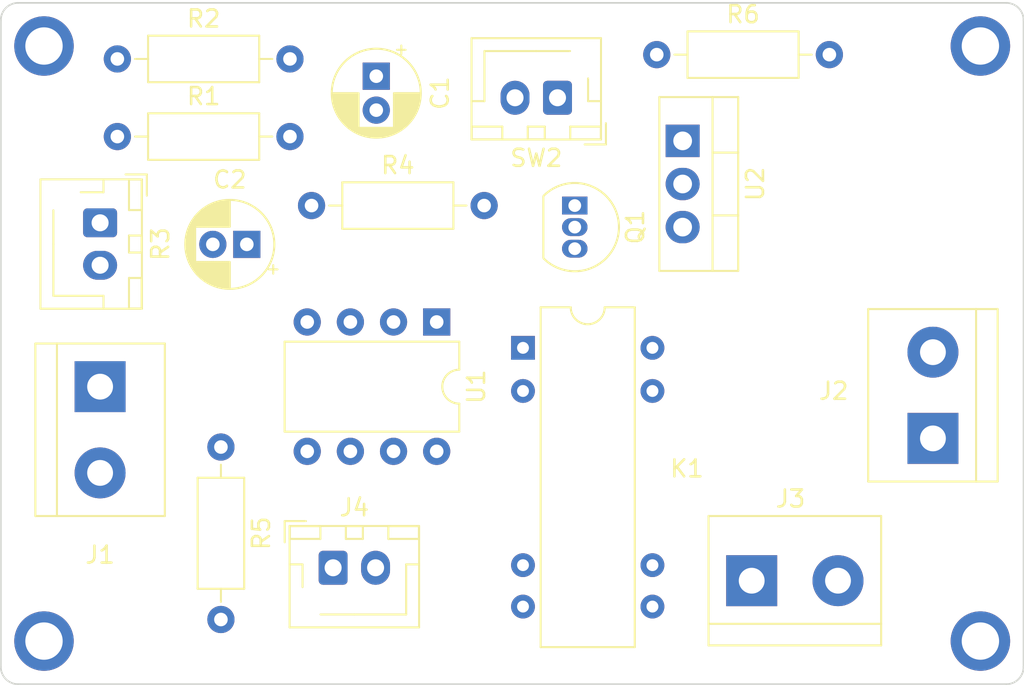
<source format=kicad_pcb>
(kicad_pcb (version 20171130) (host pcbnew "(5.1.12)-1")

  (general
    (thickness 1.6)
    (drawings 8)
    (tracks 0)
    (zones 0)
    (modules 21)
    (nets 20)
  )

  (page A4)
  (layers
    (0 F.Cu signal)
    (31 B.Cu signal)
    (32 B.Adhes user)
    (33 F.Adhes user)
    (34 B.Paste user)
    (35 F.Paste user)
    (36 B.SilkS user)
    (37 F.SilkS user)
    (38 B.Mask user)
    (39 F.Mask user)
    (40 Dwgs.User user)
    (41 Cmts.User user)
    (42 Eco1.User user)
    (43 Eco2.User user)
    (44 Edge.Cuts user)
    (45 Margin user)
    (46 B.CrtYd user)
    (47 F.CrtYd user)
    (48 B.Fab user)
    (49 F.Fab user hide)
  )

  (setup
    (last_trace_width 0.25)
    (trace_clearance 0.2)
    (zone_clearance 0.508)
    (zone_45_only no)
    (trace_min 0.2)
    (via_size 0.8)
    (via_drill 0.4)
    (via_min_size 0.4)
    (via_min_drill 0.3)
    (uvia_size 0.3)
    (uvia_drill 0.1)
    (uvias_allowed no)
    (uvia_min_size 0.2)
    (uvia_min_drill 0.1)
    (edge_width 0.1)
    (segment_width 0.2)
    (pcb_text_width 0.3)
    (pcb_text_size 1.5 1.5)
    (mod_edge_width 0.15)
    (mod_text_size 1 1)
    (mod_text_width 0.15)
    (pad_size 3.5 3.5)
    (pad_drill 2.2)
    (pad_to_mask_clearance 0)
    (aux_axis_origin 0 0)
    (visible_elements 7FFFFFFF)
    (pcbplotparams
      (layerselection 0x010fc_ffffffff)
      (usegerberextensions false)
      (usegerberattributes true)
      (usegerberadvancedattributes true)
      (creategerberjobfile true)
      (excludeedgelayer true)
      (linewidth 0.100000)
      (plotframeref false)
      (viasonmask false)
      (mode 1)
      (useauxorigin false)
      (hpglpennumber 1)
      (hpglpenspeed 20)
      (hpglpendiameter 15.000000)
      (psnegative false)
      (psa4output false)
      (plotreference true)
      (plotvalue true)
      (plotinvisibletext false)
      (padsonsilk false)
      (subtractmaskfromsilk false)
      (outputformat 1)
      (mirror false)
      (drillshape 1)
      (scaleselection 1)
      (outputdirectory ""))
  )

  (net 0 "")
  (net 1 "Net-(C1-Pad2)")
  (net 2 "Net-(C1-Pad1)")
  (net 3 "Net-(C2-Pad2)")
  (net 4 "Net-(C2-Pad1)")
  (net 5 "Net-(J1-Pad2)")
  (net 6 "Net-(J2-Pad2)")
  (net 7 "Net-(J2-Pad1)")
  (net 8 "Net-(J3-Pad2)")
  (net 9 "Net-(J4-Pad2)")
  (net 10 "Net-(K1-Pad14)")
  (net 11 "Net-(K1-Pad7)")
  (net 12 "Net-(K1-Pad1)")
  (net 13 "Net-(K1-Pad9)")
  (net 14 "Net-(K1-Pad13)")
  (net 15 "Net-(Q1-Pad2)")
  (net 16 "Net-(R4-Pad1)")
  (net 17 "Net-(R6-Pad1)")
  (net 18 "Net-(U1-Pad5)")
  (net 19 "Net-(J4-Pad1)")

  (net_class Default "This is the default net class."
    (clearance 0.2)
    (trace_width 0.25)
    (via_dia 0.8)
    (via_drill 0.4)
    (uvia_dia 0.3)
    (uvia_drill 0.1)
    (add_net "Net-(C1-Pad1)")
    (add_net "Net-(C1-Pad2)")
    (add_net "Net-(C2-Pad1)")
    (add_net "Net-(C2-Pad2)")
    (add_net "Net-(J1-Pad2)")
    (add_net "Net-(J2-Pad1)")
    (add_net "Net-(J2-Pad2)")
    (add_net "Net-(J3-Pad2)")
    (add_net "Net-(J4-Pad1)")
    (add_net "Net-(J4-Pad2)")
    (add_net "Net-(K1-Pad1)")
    (add_net "Net-(K1-Pad13)")
    (add_net "Net-(K1-Pad14)")
    (add_net "Net-(K1-Pad7)")
    (add_net "Net-(K1-Pad9)")
    (add_net "Net-(Q1-Pad2)")
    (add_net "Net-(R4-Pad1)")
    (add_net "Net-(R6-Pad1)")
    (add_net "Net-(U1-Pad5)")
  )

  (module Package_TO_SOT_THT:TO-220-3_Vertical (layer F.Cu) (tedit 5AC8BA0D) (tstamp 61E05C67)
    (at 116.84 76.454 270)
    (descr "TO-220-3, Vertical, RM 2.54mm, see https://www.vishay.com/docs/66542/to-220-1.pdf")
    (tags "TO-220-3 Vertical RM 2.54mm")
    (path /616720D6)
    (fp_text reference U2 (at 2.54 -4.27 90) (layer F.SilkS)
      (effects (font (size 1 1) (thickness 0.15)))
    )
    (fp_text value LM317 (at 2.54 2.5 90) (layer F.Fab)
      (effects (font (size 1 1) (thickness 0.15)))
    )
    (fp_line (start -2.46 -3.15) (end -2.46 1.25) (layer F.Fab) (width 0.1))
    (fp_line (start -2.46 1.25) (end 7.54 1.25) (layer F.Fab) (width 0.1))
    (fp_line (start 7.54 1.25) (end 7.54 -3.15) (layer F.Fab) (width 0.1))
    (fp_line (start 7.54 -3.15) (end -2.46 -3.15) (layer F.Fab) (width 0.1))
    (fp_line (start -2.46 -1.88) (end 7.54 -1.88) (layer F.Fab) (width 0.1))
    (fp_line (start 0.69 -3.15) (end 0.69 -1.88) (layer F.Fab) (width 0.1))
    (fp_line (start 4.39 -3.15) (end 4.39 -1.88) (layer F.Fab) (width 0.1))
    (fp_line (start -2.58 -3.27) (end 7.66 -3.27) (layer F.SilkS) (width 0.12))
    (fp_line (start -2.58 1.371) (end 7.66 1.371) (layer F.SilkS) (width 0.12))
    (fp_line (start -2.58 -3.27) (end -2.58 1.371) (layer F.SilkS) (width 0.12))
    (fp_line (start 7.66 -3.27) (end 7.66 1.371) (layer F.SilkS) (width 0.12))
    (fp_line (start -2.58 -1.76) (end 7.66 -1.76) (layer F.SilkS) (width 0.12))
    (fp_line (start 0.69 -3.27) (end 0.69 -1.76) (layer F.SilkS) (width 0.12))
    (fp_line (start 4.391 -3.27) (end 4.391 -1.76) (layer F.SilkS) (width 0.12))
    (fp_line (start -2.71 -3.4) (end -2.71 1.51) (layer F.CrtYd) (width 0.05))
    (fp_line (start -2.71 1.51) (end 7.79 1.51) (layer F.CrtYd) (width 0.05))
    (fp_line (start 7.79 1.51) (end 7.79 -3.4) (layer F.CrtYd) (width 0.05))
    (fp_line (start 7.79 -3.4) (end -2.71 -3.4) (layer F.CrtYd) (width 0.05))
    (fp_text user %R (at 2.54 -4.27 90) (layer F.Fab)
      (effects (font (size 1 1) (thickness 0.15)))
    )
    (pad 3 thru_hole oval (at 5.08 0 270) (size 1.905 2) (drill 1.1) (layers *.Cu *.Mask)
      (net 10 "Net-(K1-Pad14)"))
    (pad 2 thru_hole oval (at 2.54 0 270) (size 1.905 2) (drill 1.1) (layers *.Cu *.Mask)
      (net 17 "Net-(R6-Pad1)"))
    (pad 1 thru_hole rect (at 0 0 270) (size 1.905 2) (drill 1.1) (layers *.Cu *.Mask)
      (net 7 "Net-(J2-Pad1)"))
    (model ${KISYS3DMOD}/Package_TO_SOT_THT.3dshapes/TO-220-3_Vertical.wrl
      (at (xyz 0 0 0))
      (scale (xyz 1 1 1))
      (rotate (xyz 0 0 0))
    )
  )

  (module Resistor_THT:R_Axial_DIN0207_L6.3mm_D2.5mm_P10.16mm_Horizontal (layer F.Cu) (tedit 5AE5139B) (tstamp 61E37355)
    (at 89.662 94.488 270)
    (descr "Resistor, Axial_DIN0207 series, Axial, Horizontal, pin pitch=10.16mm, 0.25W = 1/4W, length*diameter=6.3*2.5mm^2, http://cdn-reichelt.de/documents/datenblatt/B400/1_4W%23YAG.pdf")
    (tags "Resistor Axial_DIN0207 series Axial Horizontal pin pitch 10.16mm 0.25W = 1/4W length 6.3mm diameter 2.5mm")
    (path /61E36B4F)
    (fp_text reference R5 (at 5.08 -2.37 90) (layer F.SilkS)
      (effects (font (size 1 1) (thickness 0.15)))
    )
    (fp_text value LED (at 5.08 2.37 90) (layer F.Fab)
      (effects (font (size 1 1) (thickness 0.15)))
    )
    (fp_text user %R (at 5.08 0 90) (layer F.Fab)
      (effects (font (size 1 1) (thickness 0.15)))
    )
    (fp_line (start 1.93 -1.25) (end 1.93 1.25) (layer F.Fab) (width 0.1))
    (fp_line (start 1.93 1.25) (end 8.23 1.25) (layer F.Fab) (width 0.1))
    (fp_line (start 8.23 1.25) (end 8.23 -1.25) (layer F.Fab) (width 0.1))
    (fp_line (start 8.23 -1.25) (end 1.93 -1.25) (layer F.Fab) (width 0.1))
    (fp_line (start 0 0) (end 1.93 0) (layer F.Fab) (width 0.1))
    (fp_line (start 10.16 0) (end 8.23 0) (layer F.Fab) (width 0.1))
    (fp_line (start 1.81 -1.37) (end 1.81 1.37) (layer F.SilkS) (width 0.12))
    (fp_line (start 1.81 1.37) (end 8.35 1.37) (layer F.SilkS) (width 0.12))
    (fp_line (start 8.35 1.37) (end 8.35 -1.37) (layer F.SilkS) (width 0.12))
    (fp_line (start 8.35 -1.37) (end 1.81 -1.37) (layer F.SilkS) (width 0.12))
    (fp_line (start 1.04 0) (end 1.81 0) (layer F.SilkS) (width 0.12))
    (fp_line (start 9.12 0) (end 8.35 0) (layer F.SilkS) (width 0.12))
    (fp_line (start -1.05 -1.5) (end -1.05 1.5) (layer F.CrtYd) (width 0.05))
    (fp_line (start -1.05 1.5) (end 11.21 1.5) (layer F.CrtYd) (width 0.05))
    (fp_line (start 11.21 1.5) (end 11.21 -1.5) (layer F.CrtYd) (width 0.05))
    (fp_line (start 11.21 -1.5) (end -1.05 -1.5) (layer F.CrtYd) (width 0.05))
    (pad 2 thru_hole oval (at 10.16 0 270) (size 1.6 1.6) (drill 0.8) (layers *.Cu *.Mask)
      (net 19 "Net-(J4-Pad1)"))
    (pad 1 thru_hole circle (at 0 0 270) (size 1.6 1.6) (drill 0.8) (layers *.Cu *.Mask)
      (net 5 "Net-(J1-Pad2)"))
    (model ${KISYS3DMOD}/Resistor_THT.3dshapes/R_Axial_DIN0207_L6.3mm_D2.5mm_P10.16mm_Horizontal.wrl
      (at (xyz 0 0 0))
      (scale (xyz 1 1 1))
      (rotate (xyz 0 0 0))
    )
  )

  (module MountingHole:MountingHole_2.2mm_M2_ISO7380_Pad (layer F.Cu) (tedit 56D1B4CB) (tstamp 61E0CF28)
    (at 134.366 105.918)
    (descr "Mounting Hole 2.2mm, M2, ISO7380")
    (tags "mounting hole 2.2mm m2 iso7380")
    (attr virtual)
    (fp_text reference REF** (at 0 -2.75) (layer F.SilkS) hide
      (effects (font (size 1 1) (thickness 0.15)))
    )
    (fp_text value MountingHole_2.2mm_M2_ISO7380_Pad (at 0 2.75) (layer F.Fab) hide
      (effects (font (size 1 1) (thickness 0.15)))
    )
    (fp_circle (center 0 0) (end 1.75 0) (layer Cmts.User) (width 0.15))
    (fp_circle (center 0 0) (end 2 0) (layer F.CrtYd) (width 0.05))
    (pad 1 thru_hole circle (at 0 0) (size 3.5 3.5) (drill 2.2) (layers *.Cu *.Mask))
  )

  (module MountingHole:MountingHole_2.2mm_M2_ISO7380_Pad (layer F.Cu) (tedit 56D1B4CB) (tstamp 61E0CF04)
    (at 79.248 105.918)
    (descr "Mounting Hole 2.2mm, M2, ISO7380")
    (tags "mounting hole 2.2mm m2 iso7380")
    (attr virtual)
    (fp_text reference REF** (at 0 -2.75 unlocked) (layer F.SilkS) hide
      (effects (font (size 1 1) (thickness 0.15)))
    )
    (fp_text value MountingHole_2.2mm_M2_ISO7380_Pad (at 0 2.75) (layer F.Fab) hide
      (effects (font (size 1 1) (thickness 0.15)))
    )
    (fp_circle (center 0 0) (end 1.75 0) (layer Cmts.User) (width 0.15))
    (fp_circle (center 0 0) (end 2 0) (layer F.CrtYd) (width 0.05))
    (pad 1 thru_hole circle (at 0 0) (size 3.5 3.5) (drill 2.2) (layers *.Cu *.Mask))
  )

  (module MountingHole:MountingHole_2.2mm_M2_ISO7380_Pad (layer F.Cu) (tedit 56D1B4CB) (tstamp 61E0CED0)
    (at 134.366 70.866)
    (descr "Mounting Hole 2.2mm, M2, ISO7380")
    (tags "mounting hole 2.2mm m2 iso7380")
    (attr virtual)
    (fp_text reference REF** (at 0 -2.75) (layer F.SilkS) hide
      (effects (font (size 1 1) (thickness 0.15)))
    )
    (fp_text value MountingHole_2.2mm_M2_ISO7380_Pad (at 0 2.75) (layer F.Fab) hide
      (effects (font (size 1 1) (thickness 0.15)))
    )
    (fp_circle (center 0 0) (end 1.75 0) (layer Cmts.User) (width 0.15))
    (fp_circle (center 0 0) (end 2 0) (layer F.CrtYd) (width 0.05))
    (pad 1 thru_hole circle (at 0 0) (size 3.5 3.5) (drill 2.2) (layers *.Cu *.Mask))
  )

  (module MountingHole:MountingHole_2.2mm_M2_ISO7380_Pad (layer F.Cu) (tedit 56D1B4CB) (tstamp 61E0CE90)
    (at 79.248 70.866)
    (descr "Mounting Hole 2.2mm, M2, ISO7380")
    (tags "mounting hole 2.2mm m2 iso7380")
    (attr virtual)
    (fp_text reference REF** (at 0 -2.75) (layer F.SilkS) hide
      (effects (font (size 1 1) (thickness 0.15)))
    )
    (fp_text value MountingHole_2.2mm_M2_ISO7380_Pad (at 0 2.75) (layer F.Fab) hide
      (effects (font (size 1 1) (thickness 0.15)))
    )
    (fp_circle (center 0 0) (end 1.75 0) (layer Cmts.User) (width 0.15))
    (fp_circle (center 0 0) (end 2 0) (layer F.CrtYd) (width 0.05))
    (pad 1 thru_hole circle (at 0 0) (size 3.5 3.5) (drill 2.2) (layers *.Cu *.Mask))
  )

  (module Package_DIP:DIP-8_W7.62mm (layer F.Cu) (tedit 5A02E8C5) (tstamp 61E05C4D)
    (at 102.362 87.122 270)
    (descr "8-lead though-hole mounted DIP package, row spacing 7.62 mm (300 mils)")
    (tags "THT DIP DIL PDIP 2.54mm 7.62mm 300mil")
    (path /61686519)
    (fp_text reference U1 (at 3.81 -2.33 90) (layer F.SilkS)
      (effects (font (size 1 1) (thickness 0.15)))
    )
    (fp_text value NE555P (at 3.81 9.95 90) (layer F.Fab)
      (effects (font (size 1 1) (thickness 0.15)))
    )
    (fp_line (start 1.635 -1.27) (end 6.985 -1.27) (layer F.Fab) (width 0.1))
    (fp_line (start 6.985 -1.27) (end 6.985 8.89) (layer F.Fab) (width 0.1))
    (fp_line (start 6.985 8.89) (end 0.635 8.89) (layer F.Fab) (width 0.1))
    (fp_line (start 0.635 8.89) (end 0.635 -0.27) (layer F.Fab) (width 0.1))
    (fp_line (start 0.635 -0.27) (end 1.635 -1.27) (layer F.Fab) (width 0.1))
    (fp_line (start 2.81 -1.33) (end 1.16 -1.33) (layer F.SilkS) (width 0.12))
    (fp_line (start 1.16 -1.33) (end 1.16 8.95) (layer F.SilkS) (width 0.12))
    (fp_line (start 1.16 8.95) (end 6.46 8.95) (layer F.SilkS) (width 0.12))
    (fp_line (start 6.46 8.95) (end 6.46 -1.33) (layer F.SilkS) (width 0.12))
    (fp_line (start 6.46 -1.33) (end 4.81 -1.33) (layer F.SilkS) (width 0.12))
    (fp_line (start -1.1 -1.55) (end -1.1 9.15) (layer F.CrtYd) (width 0.05))
    (fp_line (start -1.1 9.15) (end 8.7 9.15) (layer F.CrtYd) (width 0.05))
    (fp_line (start 8.7 9.15) (end 8.7 -1.55) (layer F.CrtYd) (width 0.05))
    (fp_line (start 8.7 -1.55) (end -1.1 -1.55) (layer F.CrtYd) (width 0.05))
    (fp_text user %R (at 3.81 3.81 90) (layer F.Fab)
      (effects (font (size 1 1) (thickness 0.15)))
    )
    (fp_arc (start 3.81 -1.33) (end 2.81 -1.33) (angle -180) (layer F.SilkS) (width 0.12))
    (pad 8 thru_hole oval (at 7.62 0 270) (size 1.6 1.6) (drill 0.8) (layers *.Cu *.Mask)
      (net 5 "Net-(J1-Pad2)"))
    (pad 4 thru_hole oval (at 0 7.62 270) (size 1.6 1.6) (drill 0.8) (layers *.Cu *.Mask)
      (net 5 "Net-(J1-Pad2)"))
    (pad 7 thru_hole oval (at 7.62 2.54 270) (size 1.6 1.6) (drill 0.8) (layers *.Cu *.Mask)
      (net 4 "Net-(C2-Pad1)"))
    (pad 3 thru_hole oval (at 0 5.08 270) (size 1.6 1.6) (drill 0.8) (layers *.Cu *.Mask)
      (net 16 "Net-(R4-Pad1)"))
    (pad 6 thru_hole oval (at 7.62 5.08 270) (size 1.6 1.6) (drill 0.8) (layers *.Cu *.Mask)
      (net 4 "Net-(C2-Pad1)"))
    (pad 2 thru_hole oval (at 0 2.54 270) (size 1.6 1.6) (drill 0.8) (layers *.Cu *.Mask)
      (net 2 "Net-(C1-Pad1)"))
    (pad 5 thru_hole oval (at 7.62 7.62 270) (size 1.6 1.6) (drill 0.8) (layers *.Cu *.Mask)
      (net 18 "Net-(U1-Pad5)"))
    (pad 1 thru_hole rect (at 0 0 270) (size 1.6 1.6) (drill 0.8) (layers *.Cu *.Mask)
      (net 3 "Net-(C2-Pad2)"))
    (model ${KISYS3DMOD}/Package_DIP.3dshapes/DIP-8_W7.62mm.wrl
      (at (xyz 0 0 0))
      (scale (xyz 1 1 1))
      (rotate (xyz 0 0 0))
    )
  )

  (module Connector_JST:JST_XH_B2B-XH-AM_1x02_P2.50mm_Vertical (layer F.Cu) (tedit 5C28146E) (tstamp 61E05C31)
    (at 109.474 73.914 180)
    (descr "JST XH series connector, B2B-XH-AM, with boss (http://www.jst-mfg.com/product/pdf/eng/eXH.pdf), generated with kicad-footprint-generator")
    (tags "connector JST XH vertical boss")
    (path /6166E850)
    (fp_text reference SW2 (at 1.25 -3.55) (layer F.SilkS)
      (effects (font (size 1 1) (thickness 0.15)))
    )
    (fp_text value Pulse (at 1.25 4.6) (layer F.Fab)
      (effects (font (size 1 1) (thickness 0.15)))
    )
    (fp_line (start -2.45 -2.35) (end -2.45 3.4) (layer F.Fab) (width 0.1))
    (fp_line (start -2.45 3.4) (end 4.95 3.4) (layer F.Fab) (width 0.1))
    (fp_line (start 4.95 3.4) (end 4.95 -2.35) (layer F.Fab) (width 0.1))
    (fp_line (start 4.95 -2.35) (end -2.45 -2.35) (layer F.Fab) (width 0.1))
    (fp_line (start -2.56 -2.46) (end -2.56 3.51) (layer F.SilkS) (width 0.12))
    (fp_line (start -2.56 3.51) (end 5.06 3.51) (layer F.SilkS) (width 0.12))
    (fp_line (start 5.06 3.51) (end 5.06 -2.46) (layer F.SilkS) (width 0.12))
    (fp_line (start 5.06 -2.46) (end -2.56 -2.46) (layer F.SilkS) (width 0.12))
    (fp_line (start -2.95 -2.85) (end -2.95 3.9) (layer F.CrtYd) (width 0.05))
    (fp_line (start -2.95 3.9) (end 5.45 3.9) (layer F.CrtYd) (width 0.05))
    (fp_line (start 5.45 3.9) (end 5.45 -2.85) (layer F.CrtYd) (width 0.05))
    (fp_line (start 5.45 -2.85) (end -2.95 -2.85) (layer F.CrtYd) (width 0.05))
    (fp_line (start -0.625 -2.35) (end 0 -1.35) (layer F.Fab) (width 0.1))
    (fp_line (start 0 -1.35) (end 0.625 -2.35) (layer F.Fab) (width 0.1))
    (fp_line (start 0.75 -2.45) (end 0.75 -1.7) (layer F.SilkS) (width 0.12))
    (fp_line (start 0.75 -1.7) (end 1.75 -1.7) (layer F.SilkS) (width 0.12))
    (fp_line (start 1.75 -1.7) (end 1.75 -2.45) (layer F.SilkS) (width 0.12))
    (fp_line (start 1.75 -2.45) (end 0.75 -2.45) (layer F.SilkS) (width 0.12))
    (fp_line (start -2.55 -2.45) (end -2.55 -1.7) (layer F.SilkS) (width 0.12))
    (fp_line (start -2.55 -1.7) (end -0.75 -1.7) (layer F.SilkS) (width 0.12))
    (fp_line (start -0.75 -1.7) (end -0.75 -2.45) (layer F.SilkS) (width 0.12))
    (fp_line (start -0.75 -2.45) (end -2.55 -2.45) (layer F.SilkS) (width 0.12))
    (fp_line (start 3.25 -2.45) (end 3.25 -1.7) (layer F.SilkS) (width 0.12))
    (fp_line (start 3.25 -1.7) (end 5.05 -1.7) (layer F.SilkS) (width 0.12))
    (fp_line (start 5.05 -1.7) (end 5.05 -2.45) (layer F.SilkS) (width 0.12))
    (fp_line (start 5.05 -2.45) (end 3.25 -2.45) (layer F.SilkS) (width 0.12))
    (fp_line (start -2.55 -0.2) (end -1.8 -0.2) (layer F.SilkS) (width 0.12))
    (fp_line (start -1.8 -0.2) (end -1.8 1.14) (layer F.SilkS) (width 0.12))
    (fp_line (start 1.25 2.75) (end -0.74 2.75) (layer F.SilkS) (width 0.12))
    (fp_line (start 5.05 -0.2) (end 4.3 -0.2) (layer F.SilkS) (width 0.12))
    (fp_line (start 4.3 -0.2) (end 4.3 2.75) (layer F.SilkS) (width 0.12))
    (fp_line (start 4.3 2.75) (end 1.25 2.75) (layer F.SilkS) (width 0.12))
    (fp_line (start -1.6 -2.75) (end -2.85 -2.75) (layer F.SilkS) (width 0.12))
    (fp_line (start -2.85 -2.75) (end -2.85 -1.5) (layer F.SilkS) (width 0.12))
    (fp_text user %R (at 1.25 2.7) (layer F.Fab)
      (effects (font (size 1 1) (thickness 0.15)))
    )
    (pad "" np_thru_hole circle (at -1.6 2 180) (size 1.2 1.2) (drill 1.2) (layers *.Cu *.Mask))
    (pad 2 thru_hole oval (at 2.5 0 180) (size 1.7 2) (drill 1) (layers *.Cu *.Mask)
      (net 1 "Net-(C1-Pad2)"))
    (pad 1 thru_hole roundrect (at 0 0 180) (size 1.7 2) (drill 1) (layers *.Cu *.Mask) (roundrect_rratio 0.147059)
      (net 3 "Net-(C2-Pad2)"))
    (model ${KISYS3DMOD}/Connector_JST.3dshapes/JST_XH_B2B-XH-AM_1x02_P2.50mm_Vertical.wrl
      (at (xyz 0 0 0))
      (scale (xyz 1 1 1))
      (rotate (xyz 0 0 0))
    )
  )

  (module Resistor_THT:R_Axial_DIN0207_L6.3mm_D2.5mm_P10.16mm_Horizontal (layer F.Cu) (tedit 5AE5139B) (tstamp 61E05C07)
    (at 115.316 71.374)
    (descr "Resistor, Axial_DIN0207 series, Axial, Horizontal, pin pitch=10.16mm, 0.25W = 1/4W, length*diameter=6.3*2.5mm^2, http://cdn-reichelt.de/documents/datenblatt/B400/1_4W%23YAG.pdf")
    (tags "Resistor Axial_DIN0207 series Axial Horizontal pin pitch 10.16mm 0.25W = 1/4W length 6.3mm diameter 2.5mm")
    (path /6166B498)
    (fp_text reference R6 (at 5.08 -2.37) (layer F.SilkS)
      (effects (font (size 1 1) (thickness 0.15)))
    )
    (fp_text value 10Ω (at 5.08 2.37) (layer F.Fab)
      (effects (font (size 1 1) (thickness 0.15)))
    )
    (fp_line (start 1.93 -1.25) (end 1.93 1.25) (layer F.Fab) (width 0.1))
    (fp_line (start 1.93 1.25) (end 8.23 1.25) (layer F.Fab) (width 0.1))
    (fp_line (start 8.23 1.25) (end 8.23 -1.25) (layer F.Fab) (width 0.1))
    (fp_line (start 8.23 -1.25) (end 1.93 -1.25) (layer F.Fab) (width 0.1))
    (fp_line (start 0 0) (end 1.93 0) (layer F.Fab) (width 0.1))
    (fp_line (start 10.16 0) (end 8.23 0) (layer F.Fab) (width 0.1))
    (fp_line (start 1.81 -1.37) (end 1.81 1.37) (layer F.SilkS) (width 0.12))
    (fp_line (start 1.81 1.37) (end 8.35 1.37) (layer F.SilkS) (width 0.12))
    (fp_line (start 8.35 1.37) (end 8.35 -1.37) (layer F.SilkS) (width 0.12))
    (fp_line (start 8.35 -1.37) (end 1.81 -1.37) (layer F.SilkS) (width 0.12))
    (fp_line (start 1.04 0) (end 1.81 0) (layer F.SilkS) (width 0.12))
    (fp_line (start 9.12 0) (end 8.35 0) (layer F.SilkS) (width 0.12))
    (fp_line (start -1.05 -1.5) (end -1.05 1.5) (layer F.CrtYd) (width 0.05))
    (fp_line (start -1.05 1.5) (end 11.21 1.5) (layer F.CrtYd) (width 0.05))
    (fp_line (start 11.21 1.5) (end 11.21 -1.5) (layer F.CrtYd) (width 0.05))
    (fp_line (start 11.21 -1.5) (end -1.05 -1.5) (layer F.CrtYd) (width 0.05))
    (fp_text user %R (at 5.08 0) (layer F.Fab)
      (effects (font (size 1 1) (thickness 0.15)))
    )
    (pad 2 thru_hole oval (at 10.16 0) (size 1.6 1.6) (drill 0.8) (layers *.Cu *.Mask)
      (net 7 "Net-(J2-Pad1)"))
    (pad 1 thru_hole circle (at 0 0) (size 1.6 1.6) (drill 0.8) (layers *.Cu *.Mask)
      (net 17 "Net-(R6-Pad1)"))
    (model ${KISYS3DMOD}/Resistor_THT.3dshapes/R_Axial_DIN0207_L6.3mm_D2.5mm_P10.16mm_Horizontal.wrl
      (at (xyz 0 0 0))
      (scale (xyz 1 1 1))
      (rotate (xyz 0 0 0))
    )
  )

  (module Resistor_THT:R_Axial_DIN0207_L6.3mm_D2.5mm_P10.16mm_Horizontal (layer F.Cu) (tedit 5AE5139B) (tstamp 61E05BF0)
    (at 94.996 80.264)
    (descr "Resistor, Axial_DIN0207 series, Axial, Horizontal, pin pitch=10.16mm, 0.25W = 1/4W, length*diameter=6.3*2.5mm^2, http://cdn-reichelt.de/documents/datenblatt/B400/1_4W%23YAG.pdf")
    (tags "Resistor Axial_DIN0207 series Axial Horizontal pin pitch 10.16mm 0.25W = 1/4W length 6.3mm diameter 2.5mm")
    (path /61665F91)
    (fp_text reference R4 (at 5.08 -2.37) (layer F.SilkS)
      (effects (font (size 1 1) (thickness 0.15)))
    )
    (fp_text value 10kΩ (at 5.08 2.37) (layer F.Fab)
      (effects (font (size 1 1) (thickness 0.15)))
    )
    (fp_line (start 1.93 -1.25) (end 1.93 1.25) (layer F.Fab) (width 0.1))
    (fp_line (start 1.93 1.25) (end 8.23 1.25) (layer F.Fab) (width 0.1))
    (fp_line (start 8.23 1.25) (end 8.23 -1.25) (layer F.Fab) (width 0.1))
    (fp_line (start 8.23 -1.25) (end 1.93 -1.25) (layer F.Fab) (width 0.1))
    (fp_line (start 0 0) (end 1.93 0) (layer F.Fab) (width 0.1))
    (fp_line (start 10.16 0) (end 8.23 0) (layer F.Fab) (width 0.1))
    (fp_line (start 1.81 -1.37) (end 1.81 1.37) (layer F.SilkS) (width 0.12))
    (fp_line (start 1.81 1.37) (end 8.35 1.37) (layer F.SilkS) (width 0.12))
    (fp_line (start 8.35 1.37) (end 8.35 -1.37) (layer F.SilkS) (width 0.12))
    (fp_line (start 8.35 -1.37) (end 1.81 -1.37) (layer F.SilkS) (width 0.12))
    (fp_line (start 1.04 0) (end 1.81 0) (layer F.SilkS) (width 0.12))
    (fp_line (start 9.12 0) (end 8.35 0) (layer F.SilkS) (width 0.12))
    (fp_line (start -1.05 -1.5) (end -1.05 1.5) (layer F.CrtYd) (width 0.05))
    (fp_line (start -1.05 1.5) (end 11.21 1.5) (layer F.CrtYd) (width 0.05))
    (fp_line (start 11.21 1.5) (end 11.21 -1.5) (layer F.CrtYd) (width 0.05))
    (fp_line (start 11.21 -1.5) (end -1.05 -1.5) (layer F.CrtYd) (width 0.05))
    (fp_text user %R (at 5.08 0) (layer F.Fab)
      (effects (font (size 1 1) (thickness 0.15)))
    )
    (pad 2 thru_hole oval (at 10.16 0) (size 1.6 1.6) (drill 0.8) (layers *.Cu *.Mask)
      (net 15 "Net-(Q1-Pad2)"))
    (pad 1 thru_hole circle (at 0 0) (size 1.6 1.6) (drill 0.8) (layers *.Cu *.Mask)
      (net 16 "Net-(R4-Pad1)"))
    (model ${KISYS3DMOD}/Resistor_THT.3dshapes/R_Axial_DIN0207_L6.3mm_D2.5mm_P10.16mm_Horizontal.wrl
      (at (xyz 0 0 0))
      (scale (xyz 1 1 1))
      (rotate (xyz 0 0 0))
    )
  )

  (module Connector_JST:JST_XH_B2B-XH-AM_1x02_P2.50mm_Vertical (layer F.Cu) (tedit 5C28146E) (tstamp 61E05BD9)
    (at 82.55 81.28 270)
    (descr "JST XH series connector, B2B-XH-AM, with boss (http://www.jst-mfg.com/product/pdf/eng/eXH.pdf), generated with kicad-footprint-generator")
    (tags "connector JST XH vertical boss")
    (path /61E3C521)
    (fp_text reference R3 (at 1.25 -3.55 90) (layer F.SilkS)
      (effects (font (size 1 1) (thickness 0.15)))
    )
    (fp_text value "20kΩ Pot/Varistor" (at 1.25 4.6 90) (layer F.Fab)
      (effects (font (size 1 1) (thickness 0.15)))
    )
    (fp_line (start -2.45 -2.35) (end -2.45 3.4) (layer F.Fab) (width 0.1))
    (fp_line (start -2.45 3.4) (end 4.95 3.4) (layer F.Fab) (width 0.1))
    (fp_line (start 4.95 3.4) (end 4.95 -2.35) (layer F.Fab) (width 0.1))
    (fp_line (start 4.95 -2.35) (end -2.45 -2.35) (layer F.Fab) (width 0.1))
    (fp_line (start -2.56 -2.46) (end -2.56 3.51) (layer F.SilkS) (width 0.12))
    (fp_line (start -2.56 3.51) (end 5.06 3.51) (layer F.SilkS) (width 0.12))
    (fp_line (start 5.06 3.51) (end 5.06 -2.46) (layer F.SilkS) (width 0.12))
    (fp_line (start 5.06 -2.46) (end -2.56 -2.46) (layer F.SilkS) (width 0.12))
    (fp_line (start -2.95 -2.85) (end -2.95 3.9) (layer F.CrtYd) (width 0.05))
    (fp_line (start -2.95 3.9) (end 5.45 3.9) (layer F.CrtYd) (width 0.05))
    (fp_line (start 5.45 3.9) (end 5.45 -2.85) (layer F.CrtYd) (width 0.05))
    (fp_line (start 5.45 -2.85) (end -2.95 -2.85) (layer F.CrtYd) (width 0.05))
    (fp_line (start -0.625 -2.35) (end 0 -1.35) (layer F.Fab) (width 0.1))
    (fp_line (start 0 -1.35) (end 0.625 -2.35) (layer F.Fab) (width 0.1))
    (fp_line (start 0.75 -2.45) (end 0.75 -1.7) (layer F.SilkS) (width 0.12))
    (fp_line (start 0.75 -1.7) (end 1.75 -1.7) (layer F.SilkS) (width 0.12))
    (fp_line (start 1.75 -1.7) (end 1.75 -2.45) (layer F.SilkS) (width 0.12))
    (fp_line (start 1.75 -2.45) (end 0.75 -2.45) (layer F.SilkS) (width 0.12))
    (fp_line (start -2.55 -2.45) (end -2.55 -1.7) (layer F.SilkS) (width 0.12))
    (fp_line (start -2.55 -1.7) (end -0.75 -1.7) (layer F.SilkS) (width 0.12))
    (fp_line (start -0.75 -1.7) (end -0.75 -2.45) (layer F.SilkS) (width 0.12))
    (fp_line (start -0.75 -2.45) (end -2.55 -2.45) (layer F.SilkS) (width 0.12))
    (fp_line (start 3.25 -2.45) (end 3.25 -1.7) (layer F.SilkS) (width 0.12))
    (fp_line (start 3.25 -1.7) (end 5.05 -1.7) (layer F.SilkS) (width 0.12))
    (fp_line (start 5.05 -1.7) (end 5.05 -2.45) (layer F.SilkS) (width 0.12))
    (fp_line (start 5.05 -2.45) (end 3.25 -2.45) (layer F.SilkS) (width 0.12))
    (fp_line (start -2.55 -0.2) (end -1.8 -0.2) (layer F.SilkS) (width 0.12))
    (fp_line (start -1.8 -0.2) (end -1.8 1.14) (layer F.SilkS) (width 0.12))
    (fp_line (start 1.25 2.75) (end -0.74 2.75) (layer F.SilkS) (width 0.12))
    (fp_line (start 5.05 -0.2) (end 4.3 -0.2) (layer F.SilkS) (width 0.12))
    (fp_line (start 4.3 -0.2) (end 4.3 2.75) (layer F.SilkS) (width 0.12))
    (fp_line (start 4.3 2.75) (end 1.25 2.75) (layer F.SilkS) (width 0.12))
    (fp_line (start -1.6 -2.75) (end -2.85 -2.75) (layer F.SilkS) (width 0.12))
    (fp_line (start -2.85 -2.75) (end -2.85 -1.5) (layer F.SilkS) (width 0.12))
    (fp_text user %R (at 1.25 2.7 90) (layer F.Fab)
      (effects (font (size 1 1) (thickness 0.15)))
    )
    (pad "" np_thru_hole circle (at -1.6 2 270) (size 1.2 1.2) (drill 1.2) (layers *.Cu *.Mask))
    (pad 2 thru_hole oval (at 2.5 0 270) (size 1.7 2) (drill 1) (layers *.Cu *.Mask)
      (net 4 "Net-(C2-Pad1)"))
    (pad 1 thru_hole roundrect (at 0 0 270) (size 1.7 2) (drill 1) (layers *.Cu *.Mask) (roundrect_rratio 0.147059)
      (net 5 "Net-(J1-Pad2)"))
    (model ${KISYS3DMOD}/Connector_JST.3dshapes/JST_XH_B2B-XH-AM_1x02_P2.50mm_Vertical.wrl
      (at (xyz 0 0 0))
      (scale (xyz 1 1 1))
      (rotate (xyz 0 0 0))
    )
  )

  (module Resistor_THT:R_Axial_DIN0207_L6.3mm_D2.5mm_P10.16mm_Horizontal (layer F.Cu) (tedit 5AE5139B) (tstamp 61E05BAF)
    (at 83.566 71.628)
    (descr "Resistor, Axial_DIN0207 series, Axial, Horizontal, pin pitch=10.16mm, 0.25W = 1/4W, length*diameter=6.3*2.5mm^2, http://cdn-reichelt.de/documents/datenblatt/B400/1_4W%23YAG.pdf")
    (tags "Resistor Axial_DIN0207 series Axial Horizontal pin pitch 10.16mm 0.25W = 1/4W length 6.3mm diameter 2.5mm")
    (path /61672C38)
    (fp_text reference R2 (at 5.08 -2.37) (layer F.SilkS)
      (effects (font (size 1 1) (thickness 0.15)))
    )
    (fp_text value 10kΩ (at 5.08 2.37) (layer F.Fab)
      (effects (font (size 1 1) (thickness 0.15)))
    )
    (fp_line (start 1.93 -1.25) (end 1.93 1.25) (layer F.Fab) (width 0.1))
    (fp_line (start 1.93 1.25) (end 8.23 1.25) (layer F.Fab) (width 0.1))
    (fp_line (start 8.23 1.25) (end 8.23 -1.25) (layer F.Fab) (width 0.1))
    (fp_line (start 8.23 -1.25) (end 1.93 -1.25) (layer F.Fab) (width 0.1))
    (fp_line (start 0 0) (end 1.93 0) (layer F.Fab) (width 0.1))
    (fp_line (start 10.16 0) (end 8.23 0) (layer F.Fab) (width 0.1))
    (fp_line (start 1.81 -1.37) (end 1.81 1.37) (layer F.SilkS) (width 0.12))
    (fp_line (start 1.81 1.37) (end 8.35 1.37) (layer F.SilkS) (width 0.12))
    (fp_line (start 8.35 1.37) (end 8.35 -1.37) (layer F.SilkS) (width 0.12))
    (fp_line (start 8.35 -1.37) (end 1.81 -1.37) (layer F.SilkS) (width 0.12))
    (fp_line (start 1.04 0) (end 1.81 0) (layer F.SilkS) (width 0.12))
    (fp_line (start 9.12 0) (end 8.35 0) (layer F.SilkS) (width 0.12))
    (fp_line (start -1.05 -1.5) (end -1.05 1.5) (layer F.CrtYd) (width 0.05))
    (fp_line (start -1.05 1.5) (end 11.21 1.5) (layer F.CrtYd) (width 0.05))
    (fp_line (start 11.21 1.5) (end 11.21 -1.5) (layer F.CrtYd) (width 0.05))
    (fp_line (start 11.21 -1.5) (end -1.05 -1.5) (layer F.CrtYd) (width 0.05))
    (fp_text user %R (at 5.08 0) (layer F.Fab)
      (effects (font (size 1 1) (thickness 0.15)))
    )
    (pad 2 thru_hole oval (at 10.16 0) (size 1.6 1.6) (drill 0.8) (layers *.Cu *.Mask)
      (net 2 "Net-(C1-Pad1)"))
    (pad 1 thru_hole circle (at 0 0) (size 1.6 1.6) (drill 0.8) (layers *.Cu *.Mask)
      (net 5 "Net-(J1-Pad2)"))
    (model ${KISYS3DMOD}/Resistor_THT.3dshapes/R_Axial_DIN0207_L6.3mm_D2.5mm_P10.16mm_Horizontal.wrl
      (at (xyz 0 0 0))
      (scale (xyz 1 1 1))
      (rotate (xyz 0 0 0))
    )
  )

  (module Resistor_THT:R_Axial_DIN0207_L6.3mm_D2.5mm_P10.16mm_Horizontal (layer F.Cu) (tedit 5AE5139B) (tstamp 61E05B98)
    (at 83.566 76.2)
    (descr "Resistor, Axial_DIN0207 series, Axial, Horizontal, pin pitch=10.16mm, 0.25W = 1/4W, length*diameter=6.3*2.5mm^2, http://cdn-reichelt.de/documents/datenblatt/B400/1_4W%23YAG.pdf")
    (tags "Resistor Axial_DIN0207 series Axial Horizontal pin pitch 10.16mm 0.25W = 1/4W length 6.3mm diameter 2.5mm")
    (path /616735CA)
    (fp_text reference R1 (at 5.08 -2.37) (layer F.SilkS)
      (effects (font (size 1 1) (thickness 0.15)))
    )
    (fp_text value 10kΩ (at 5.08 2.37) (layer F.Fab)
      (effects (font (size 1 1) (thickness 0.15)))
    )
    (fp_line (start 1.93 -1.25) (end 1.93 1.25) (layer F.Fab) (width 0.1))
    (fp_line (start 1.93 1.25) (end 8.23 1.25) (layer F.Fab) (width 0.1))
    (fp_line (start 8.23 1.25) (end 8.23 -1.25) (layer F.Fab) (width 0.1))
    (fp_line (start 8.23 -1.25) (end 1.93 -1.25) (layer F.Fab) (width 0.1))
    (fp_line (start 0 0) (end 1.93 0) (layer F.Fab) (width 0.1))
    (fp_line (start 10.16 0) (end 8.23 0) (layer F.Fab) (width 0.1))
    (fp_line (start 1.81 -1.37) (end 1.81 1.37) (layer F.SilkS) (width 0.12))
    (fp_line (start 1.81 1.37) (end 8.35 1.37) (layer F.SilkS) (width 0.12))
    (fp_line (start 8.35 1.37) (end 8.35 -1.37) (layer F.SilkS) (width 0.12))
    (fp_line (start 8.35 -1.37) (end 1.81 -1.37) (layer F.SilkS) (width 0.12))
    (fp_line (start 1.04 0) (end 1.81 0) (layer F.SilkS) (width 0.12))
    (fp_line (start 9.12 0) (end 8.35 0) (layer F.SilkS) (width 0.12))
    (fp_line (start -1.05 -1.5) (end -1.05 1.5) (layer F.CrtYd) (width 0.05))
    (fp_line (start -1.05 1.5) (end 11.21 1.5) (layer F.CrtYd) (width 0.05))
    (fp_line (start 11.21 1.5) (end 11.21 -1.5) (layer F.CrtYd) (width 0.05))
    (fp_line (start 11.21 -1.5) (end -1.05 -1.5) (layer F.CrtYd) (width 0.05))
    (fp_text user %R (at 5.08 0) (layer F.Fab)
      (effects (font (size 1 1) (thickness 0.15)))
    )
    (pad 2 thru_hole oval (at 10.16 0) (size 1.6 1.6) (drill 0.8) (layers *.Cu *.Mask)
      (net 1 "Net-(C1-Pad2)"))
    (pad 1 thru_hole circle (at 0 0) (size 1.6 1.6) (drill 0.8) (layers *.Cu *.Mask)
      (net 5 "Net-(J1-Pad2)"))
    (model ${KISYS3DMOD}/Resistor_THT.3dshapes/R_Axial_DIN0207_L6.3mm_D2.5mm_P10.16mm_Horizontal.wrl
      (at (xyz 0 0 0))
      (scale (xyz 1 1 1))
      (rotate (xyz 0 0 0))
    )
  )

  (module Package_TO_SOT_THT:TO-92_Inline (layer F.Cu) (tedit 5A1DD157) (tstamp 61E05B81)
    (at 110.49 80.264 270)
    (descr "TO-92 leads in-line, narrow, oval pads, drill 0.75mm (see NXP sot054_po.pdf)")
    (tags "to-92 sc-43 sc-43a sot54 PA33 transistor")
    (path /61671381)
    (fp_text reference Q1 (at 1.27 -3.56 90) (layer F.SilkS)
      (effects (font (size 1 1) (thickness 0.15)))
    )
    (fp_text value 2N3904 (at 1.27 2.79 90) (layer F.Fab)
      (effects (font (size 1 1) (thickness 0.15)))
    )
    (fp_line (start -0.53 1.85) (end 3.07 1.85) (layer F.SilkS) (width 0.12))
    (fp_line (start -0.5 1.75) (end 3 1.75) (layer F.Fab) (width 0.1))
    (fp_line (start -1.46 -2.73) (end 4 -2.73) (layer F.CrtYd) (width 0.05))
    (fp_line (start -1.46 -2.73) (end -1.46 2.01) (layer F.CrtYd) (width 0.05))
    (fp_line (start 4 2.01) (end 4 -2.73) (layer F.CrtYd) (width 0.05))
    (fp_line (start 4 2.01) (end -1.46 2.01) (layer F.CrtYd) (width 0.05))
    (fp_arc (start 1.27 0) (end 1.27 -2.6) (angle 135) (layer F.SilkS) (width 0.12))
    (fp_arc (start 1.27 0) (end 1.27 -2.48) (angle -135) (layer F.Fab) (width 0.1))
    (fp_arc (start 1.27 0) (end 1.27 -2.6) (angle -135) (layer F.SilkS) (width 0.12))
    (fp_arc (start 1.27 0) (end 1.27 -2.48) (angle 135) (layer F.Fab) (width 0.1))
    (fp_text user %R (at 1.27 0 90) (layer F.Fab)
      (effects (font (size 1 1) (thickness 0.15)))
    )
    (pad 1 thru_hole rect (at 0 0 270) (size 1.05 1.5) (drill 0.75) (layers *.Cu *.Mask)
      (net 3 "Net-(C2-Pad2)"))
    (pad 3 thru_hole oval (at 2.54 0 270) (size 1.05 1.5) (drill 0.75) (layers *.Cu *.Mask)
      (net 9 "Net-(J4-Pad2)"))
    (pad 2 thru_hole oval (at 1.27 0 270) (size 1.05 1.5) (drill 0.75) (layers *.Cu *.Mask)
      (net 15 "Net-(Q1-Pad2)"))
    (model ${KISYS3DMOD}/Package_TO_SOT_THT.3dshapes/TO-92_Inline.wrl
      (at (xyz 0 0 0))
      (scale (xyz 1 1 1))
      (rotate (xyz 0 0 0))
    )
  )

  (module Relay_THT:Relay_StandexMeder_DIP_LowProfile (layer F.Cu) (tedit 5A54BF5F) (tstamp 61E05B6F)
    (at 107.442 88.646)
    (descr "package for Standex Meder DIP reed relay series, see https://standexelectronics.com/wp-content/uploads/datasheet_reed_relay_DIP.pdf")
    (tags "DIL DIP PDIP 2.54mm 7.62mm 300mil reed relay")
    (path /6166AE04)
    (fp_text reference K1 (at 9.652 7.112) (layer F.SilkS)
      (effects (font (size 1 1) (thickness 0.15)))
    )
    (fp_text value HE721A0510 (at 3.81 18.63) (layer F.Fab)
      (effects (font (size 1 1) (thickness 0.15)))
    )
    (fp_line (start 1.64 -2.27) (end 6.99 -2.27) (layer F.Fab) (width 0.1))
    (fp_line (start 6.99 -2.27) (end 6.99 17.51) (layer F.Fab) (width 0.1))
    (fp_line (start 6.99 17.51) (end 0.64 17.51) (layer F.Fab) (width 0.1))
    (fp_line (start 0.64 17.51) (end 0.64 -1.27) (layer F.Fab) (width 0.1))
    (fp_line (start 0.64 -1.27) (end 1.64 -2.27) (layer F.Fab) (width 0.1))
    (fp_line (start 2.81 -2.39) (end 1.04 -2.39) (layer F.SilkS) (width 0.12))
    (fp_line (start 1.04 -2.39) (end 1.04 17.63) (layer F.SilkS) (width 0.12))
    (fp_line (start 1.04 17.63) (end 6.58 17.63) (layer F.SilkS) (width 0.12))
    (fp_line (start 6.58 17.63) (end 6.58 -2.39) (layer F.SilkS) (width 0.12))
    (fp_line (start 6.58 -2.39) (end 4.81 -2.39) (layer F.SilkS) (width 0.12))
    (fp_line (start -1.1 -2.6) (end -1.1 17.8) (layer F.CrtYd) (width 0.05))
    (fp_line (start -1.1 17.8) (end 8.7 17.8) (layer F.CrtYd) (width 0.05))
    (fp_line (start 8.7 17.8) (end 8.7 -2.6) (layer F.CrtYd) (width 0.05))
    (fp_line (start 8.7 -2.6) (end -1.1 -2.6) (layer F.CrtYd) (width 0.05))
    (fp_arc (start 3.81 -2.39) (end 2.81 -2.39) (angle -180) (layer F.SilkS) (width 0.12))
    (fp_text user %R (at 3.815 7.62) (layer F.Fab)
      (effects (font (size 1 1) (thickness 0.15)))
    )
    (pad 14 thru_hole circle (at 7.62 0) (size 1.4 1.4) (drill 0.7) (layers *.Cu *.Mask)
      (net 10 "Net-(K1-Pad14)"))
    (pad 7 thru_hole circle (at 0 15.24) (size 1.4 1.4) (drill 0.7) (layers *.Cu *.Mask)
      (net 11 "Net-(K1-Pad7)"))
    (pad 8 thru_hole circle (at 7.62 15.24) (size 1.4 1.4) (drill 0.7) (layers *.Cu *.Mask)
      (net 8 "Net-(J3-Pad2)"))
    (pad 1 thru_hole rect (at 0 0) (size 1.4 1.4) (drill 0.7) (layers *.Cu *.Mask)
      (net 12 "Net-(K1-Pad1)"))
    (pad 2 thru_hole circle (at 0 2.54) (size 1.4 1.4) (drill 0.7) (layers *.Cu *.Mask)
      (net 5 "Net-(J1-Pad2)"))
    (pad 6 thru_hole circle (at 0 12.8) (size 1.4 1.4) (drill 0.7) (layers *.Cu *.Mask)
      (net 9 "Net-(J4-Pad2)"))
    (pad 9 thru_hole circle (at 7.62 12.8) (size 1.4 1.4) (drill 0.7) (layers *.Cu *.Mask)
      (net 13 "Net-(K1-Pad9)"))
    (pad 13 thru_hole circle (at 7.62 2.54) (size 1.4 1.4) (drill 0.7) (layers *.Cu *.Mask)
      (net 14 "Net-(K1-Pad13)"))
    (model ${KISYS3DMOD}/Relay_THT.3dshapes/Relay_StandexMeder_DIP_LowProfile.wrl
      (at (xyz 0 0 0))
      (scale (xyz 1 1 1))
      (rotate (xyz 0 0 0))
    )
  )

  (module Connector_JST:JST_XH_B2B-XH-AM_1x02_P2.50mm_Vertical (layer F.Cu) (tedit 5C28146E) (tstamp 61E05B53)
    (at 96.266 101.6)
    (descr "JST XH series connector, B2B-XH-AM, with boss (http://www.jst-mfg.com/product/pdf/eng/eXH.pdf), generated with kicad-footprint-generator")
    (tags "connector JST XH vertical boss")
    (path /61EBE6D5)
    (fp_text reference J4 (at 1.25 -3.55) (layer F.SilkS)
      (effects (font (size 1 1) (thickness 0.15)))
    )
    (fp_text value "LED OUT" (at 1.25 4.6) (layer F.Fab)
      (effects (font (size 1 1) (thickness 0.15)))
    )
    (fp_line (start -2.45 -2.35) (end -2.45 3.4) (layer F.Fab) (width 0.1))
    (fp_line (start -2.45 3.4) (end 4.95 3.4) (layer F.Fab) (width 0.1))
    (fp_line (start 4.95 3.4) (end 4.95 -2.35) (layer F.Fab) (width 0.1))
    (fp_line (start 4.95 -2.35) (end -2.45 -2.35) (layer F.Fab) (width 0.1))
    (fp_line (start -2.56 -2.46) (end -2.56 3.51) (layer F.SilkS) (width 0.12))
    (fp_line (start -2.56 3.51) (end 5.06 3.51) (layer F.SilkS) (width 0.12))
    (fp_line (start 5.06 3.51) (end 5.06 -2.46) (layer F.SilkS) (width 0.12))
    (fp_line (start 5.06 -2.46) (end -2.56 -2.46) (layer F.SilkS) (width 0.12))
    (fp_line (start -2.95 -2.85) (end -2.95 3.9) (layer F.CrtYd) (width 0.05))
    (fp_line (start -2.95 3.9) (end 5.45 3.9) (layer F.CrtYd) (width 0.05))
    (fp_line (start 5.45 3.9) (end 5.45 -2.85) (layer F.CrtYd) (width 0.05))
    (fp_line (start 5.45 -2.85) (end -2.95 -2.85) (layer F.CrtYd) (width 0.05))
    (fp_line (start -0.625 -2.35) (end 0 -1.35) (layer F.Fab) (width 0.1))
    (fp_line (start 0 -1.35) (end 0.625 -2.35) (layer F.Fab) (width 0.1))
    (fp_line (start 0.75 -2.45) (end 0.75 -1.7) (layer F.SilkS) (width 0.12))
    (fp_line (start 0.75 -1.7) (end 1.75 -1.7) (layer F.SilkS) (width 0.12))
    (fp_line (start 1.75 -1.7) (end 1.75 -2.45) (layer F.SilkS) (width 0.12))
    (fp_line (start 1.75 -2.45) (end 0.75 -2.45) (layer F.SilkS) (width 0.12))
    (fp_line (start -2.55 -2.45) (end -2.55 -1.7) (layer F.SilkS) (width 0.12))
    (fp_line (start -2.55 -1.7) (end -0.75 -1.7) (layer F.SilkS) (width 0.12))
    (fp_line (start -0.75 -1.7) (end -0.75 -2.45) (layer F.SilkS) (width 0.12))
    (fp_line (start -0.75 -2.45) (end -2.55 -2.45) (layer F.SilkS) (width 0.12))
    (fp_line (start 3.25 -2.45) (end 3.25 -1.7) (layer F.SilkS) (width 0.12))
    (fp_line (start 3.25 -1.7) (end 5.05 -1.7) (layer F.SilkS) (width 0.12))
    (fp_line (start 5.05 -1.7) (end 5.05 -2.45) (layer F.SilkS) (width 0.12))
    (fp_line (start 5.05 -2.45) (end 3.25 -2.45) (layer F.SilkS) (width 0.12))
    (fp_line (start -2.55 -0.2) (end -1.8 -0.2) (layer F.SilkS) (width 0.12))
    (fp_line (start -1.8 -0.2) (end -1.8 1.14) (layer F.SilkS) (width 0.12))
    (fp_line (start 1.25 2.75) (end -0.74 2.75) (layer F.SilkS) (width 0.12))
    (fp_line (start 5.05 -0.2) (end 4.3 -0.2) (layer F.SilkS) (width 0.12))
    (fp_line (start 4.3 -0.2) (end 4.3 2.75) (layer F.SilkS) (width 0.12))
    (fp_line (start 4.3 2.75) (end 1.25 2.75) (layer F.SilkS) (width 0.12))
    (fp_line (start -1.6 -2.75) (end -2.85 -2.75) (layer F.SilkS) (width 0.12))
    (fp_line (start -2.85 -2.75) (end -2.85 -1.5) (layer F.SilkS) (width 0.12))
    (fp_text user %R (at 1.25 2.7) (layer F.Fab)
      (effects (font (size 1 1) (thickness 0.15)))
    )
    (pad "" np_thru_hole circle (at -1.6 2) (size 1.2 1.2) (drill 1.2) (layers *.Cu *.Mask))
    (pad 2 thru_hole oval (at 2.5 0) (size 1.7 2) (drill 1) (layers *.Cu *.Mask)
      (net 9 "Net-(J4-Pad2)"))
    (pad 1 thru_hole roundrect (at 0 0) (size 1.7 2) (drill 1) (layers *.Cu *.Mask) (roundrect_rratio 0.147059)
      (net 19 "Net-(J4-Pad1)"))
    (model ${KISYS3DMOD}/Connector_JST.3dshapes/JST_XH_B2B-XH-AM_1x02_P2.50mm_Vertical.wrl
      (at (xyz 0 0 0))
      (scale (xyz 1 1 1))
      (rotate (xyz 0 0 0))
    )
  )

  (module TerminalBlock:TerminalBlock_bornier-2_P5.08mm (layer F.Cu) (tedit 59FF03AB) (tstamp 61E05B29)
    (at 120.904 102.362)
    (descr "simple 2-pin terminal block, pitch 5.08mm, revamped version of bornier2")
    (tags "terminal block bornier2")
    (path /616F4CF0)
    (fp_text reference J3 (at 2.286 -4.826) (layer F.SilkS)
      (effects (font (size 1 1) (thickness 0.15)))
    )
    (fp_text value "0-45V Input" (at 2.54 5.08) (layer F.Fab)
      (effects (font (size 1 1) (thickness 0.15)))
    )
    (fp_line (start -2.41 2.55) (end 7.49 2.55) (layer F.Fab) (width 0.1))
    (fp_line (start -2.46 -3.75) (end -2.46 3.75) (layer F.Fab) (width 0.1))
    (fp_line (start -2.46 3.75) (end 7.54 3.75) (layer F.Fab) (width 0.1))
    (fp_line (start 7.54 3.75) (end 7.54 -3.75) (layer F.Fab) (width 0.1))
    (fp_line (start 7.54 -3.75) (end -2.46 -3.75) (layer F.Fab) (width 0.1))
    (fp_line (start 7.62 2.54) (end -2.54 2.54) (layer F.SilkS) (width 0.12))
    (fp_line (start 7.62 3.81) (end 7.62 -3.81) (layer F.SilkS) (width 0.12))
    (fp_line (start 7.62 -3.81) (end -2.54 -3.81) (layer F.SilkS) (width 0.12))
    (fp_line (start -2.54 -3.81) (end -2.54 3.81) (layer F.SilkS) (width 0.12))
    (fp_line (start -2.54 3.81) (end 7.62 3.81) (layer F.SilkS) (width 0.12))
    (fp_line (start -2.71 -4) (end 7.79 -4) (layer F.CrtYd) (width 0.05))
    (fp_line (start -2.71 -4) (end -2.71 4) (layer F.CrtYd) (width 0.05))
    (fp_line (start 7.79 4) (end 7.79 -4) (layer F.CrtYd) (width 0.05))
    (fp_line (start 7.79 4) (end -2.71 4) (layer F.CrtYd) (width 0.05))
    (fp_text user %R (at 2.54 0) (layer F.Fab)
      (effects (font (size 1 1) (thickness 0.15)))
    )
    (pad 2 thru_hole circle (at 5.08 0) (size 3 3) (drill 1.52) (layers *.Cu *.Mask)
      (net 8 "Net-(J3-Pad2)"))
    (pad 1 thru_hole rect (at 0 0) (size 3 3) (drill 1.52) (layers *.Cu *.Mask)
      (net 6 "Net-(J2-Pad2)"))
    (model ${KISYS3DMOD}/TerminalBlock.3dshapes/TerminalBlock_bornier-2_P5.08mm.wrl
      (offset (xyz 2.539999961853027 0 0))
      (scale (xyz 1 1 1))
      (rotate (xyz 0 0 0))
    )
  )

  (module TerminalBlock:TerminalBlock_bornier-2_P5.08mm (layer F.Cu) (tedit 59FF03AB) (tstamp 61E05B14)
    (at 131.572 93.98 90)
    (descr "simple 2-pin terminal block, pitch 5.08mm, revamped version of bornier2")
    (tags "terminal block bornier2")
    (path /616FD31E)
    (fp_text reference J2 (at 2.794 -5.842 180) (layer F.SilkS)
      (effects (font (size 1 1) (thickness 0.15)))
    )
    (fp_text value "Electrodes Out" (at 2.54 5.08 90) (layer F.Fab)
      (effects (font (size 1 1) (thickness 0.15)))
    )
    (fp_line (start -2.41 2.55) (end 7.49 2.55) (layer F.Fab) (width 0.1))
    (fp_line (start -2.46 -3.75) (end -2.46 3.75) (layer F.Fab) (width 0.1))
    (fp_line (start -2.46 3.75) (end 7.54 3.75) (layer F.Fab) (width 0.1))
    (fp_line (start 7.54 3.75) (end 7.54 -3.75) (layer F.Fab) (width 0.1))
    (fp_line (start 7.54 -3.75) (end -2.46 -3.75) (layer F.Fab) (width 0.1))
    (fp_line (start 7.62 2.54) (end -2.54 2.54) (layer F.SilkS) (width 0.12))
    (fp_line (start 7.62 3.81) (end 7.62 -3.81) (layer F.SilkS) (width 0.12))
    (fp_line (start 7.62 -3.81) (end -2.54 -3.81) (layer F.SilkS) (width 0.12))
    (fp_line (start -2.54 -3.81) (end -2.54 3.81) (layer F.SilkS) (width 0.12))
    (fp_line (start -2.54 3.81) (end 7.62 3.81) (layer F.SilkS) (width 0.12))
    (fp_line (start -2.71 -4) (end 7.79 -4) (layer F.CrtYd) (width 0.05))
    (fp_line (start -2.71 -4) (end -2.71 4) (layer F.CrtYd) (width 0.05))
    (fp_line (start 7.79 4) (end 7.79 -4) (layer F.CrtYd) (width 0.05))
    (fp_line (start 7.79 4) (end -2.71 4) (layer F.CrtYd) (width 0.05))
    (fp_text user %R (at 2.54 0 90) (layer F.Fab)
      (effects (font (size 1 1) (thickness 0.15)))
    )
    (pad 2 thru_hole circle (at 5.08 0 90) (size 3 3) (drill 1.52) (layers *.Cu *.Mask)
      (net 6 "Net-(J2-Pad2)"))
    (pad 1 thru_hole rect (at 0 0 90) (size 3 3) (drill 1.52) (layers *.Cu *.Mask)
      (net 7 "Net-(J2-Pad1)"))
    (model ${KISYS3DMOD}/TerminalBlock.3dshapes/TerminalBlock_bornier-2_P5.08mm.wrl
      (offset (xyz 2.539999961853027 0 0))
      (scale (xyz 1 1 1))
      (rotate (xyz 0 0 0))
    )
  )

  (module TerminalBlock:TerminalBlock_bornier-2_P5.08mm (layer F.Cu) (tedit 59FF03AB) (tstamp 61E05AFF)
    (at 82.55 90.932 270)
    (descr "simple 2-pin terminal block, pitch 5.08mm, revamped version of bornier2")
    (tags "terminal block bornier2")
    (path /617435B8)
    (fp_text reference J1 (at 9.906 0 180) (layer F.SilkS)
      (effects (font (size 1 1) (thickness 0.15)))
    )
    (fp_text value "5V Input" (at 2.54 5.08 90) (layer F.Fab)
      (effects (font (size 1 1) (thickness 0.15)))
    )
    (fp_line (start -2.41 2.55) (end 7.49 2.55) (layer F.Fab) (width 0.1))
    (fp_line (start -2.46 -3.75) (end -2.46 3.75) (layer F.Fab) (width 0.1))
    (fp_line (start -2.46 3.75) (end 7.54 3.75) (layer F.Fab) (width 0.1))
    (fp_line (start 7.54 3.75) (end 7.54 -3.75) (layer F.Fab) (width 0.1))
    (fp_line (start 7.54 -3.75) (end -2.46 -3.75) (layer F.Fab) (width 0.1))
    (fp_line (start 7.62 2.54) (end -2.54 2.54) (layer F.SilkS) (width 0.12))
    (fp_line (start 7.62 3.81) (end 7.62 -3.81) (layer F.SilkS) (width 0.12))
    (fp_line (start 7.62 -3.81) (end -2.54 -3.81) (layer F.SilkS) (width 0.12))
    (fp_line (start -2.54 -3.81) (end -2.54 3.81) (layer F.SilkS) (width 0.12))
    (fp_line (start -2.54 3.81) (end 7.62 3.81) (layer F.SilkS) (width 0.12))
    (fp_line (start -2.71 -4) (end 7.79 -4) (layer F.CrtYd) (width 0.05))
    (fp_line (start -2.71 -4) (end -2.71 4) (layer F.CrtYd) (width 0.05))
    (fp_line (start 7.79 4) (end 7.79 -4) (layer F.CrtYd) (width 0.05))
    (fp_line (start 7.79 4) (end -2.71 4) (layer F.CrtYd) (width 0.05))
    (fp_text user %R (at 2.54 0 90) (layer F.Fab)
      (effects (font (size 1 1) (thickness 0.15)))
    )
    (pad 2 thru_hole circle (at 5.08 0 270) (size 3 3) (drill 1.52) (layers *.Cu *.Mask)
      (net 5 "Net-(J1-Pad2)"))
    (pad 1 thru_hole rect (at 0 0 270) (size 3 3) (drill 1.52) (layers *.Cu *.Mask)
      (net 3 "Net-(C2-Pad2)"))
    (model ${KISYS3DMOD}/TerminalBlock.3dshapes/TerminalBlock_bornier-2_P5.08mm.wrl
      (offset (xyz 2.539999961853027 0 0))
      (scale (xyz 1 1 1))
      (rotate (xyz 0 0 0))
    )
  )

  (module Capacitor_THT:CP_Radial_D5.0mm_P2.00mm (layer F.Cu) (tedit 5AE50EF0) (tstamp 61E05AEA)
    (at 91.186 82.55 180)
    (descr "CP, Radial series, Radial, pin pitch=2.00mm, , diameter=5mm, Electrolytic Capacitor")
    (tags "CP Radial series Radial pin pitch 2.00mm  diameter 5mm Electrolytic Capacitor")
    (path /61668376)
    (fp_text reference C2 (at 1 3.81) (layer F.SilkS)
      (effects (font (size 1 1) (thickness 0.15)))
    )
    (fp_text value 10µF (at 1 3.75) (layer F.Fab)
      (effects (font (size 1 1) (thickness 0.15)))
    )
    (fp_circle (center 1 0) (end 3.5 0) (layer F.Fab) (width 0.1))
    (fp_circle (center 1 0) (end 3.62 0) (layer F.SilkS) (width 0.12))
    (fp_circle (center 1 0) (end 3.75 0) (layer F.CrtYd) (width 0.05))
    (fp_line (start -1.133605 -1.0875) (end -0.633605 -1.0875) (layer F.Fab) (width 0.1))
    (fp_line (start -0.883605 -1.3375) (end -0.883605 -0.8375) (layer F.Fab) (width 0.1))
    (fp_line (start 1 1.04) (end 1 2.58) (layer F.SilkS) (width 0.12))
    (fp_line (start 1 -2.58) (end 1 -1.04) (layer F.SilkS) (width 0.12))
    (fp_line (start 1.04 1.04) (end 1.04 2.58) (layer F.SilkS) (width 0.12))
    (fp_line (start 1.04 -2.58) (end 1.04 -1.04) (layer F.SilkS) (width 0.12))
    (fp_line (start 1.08 -2.579) (end 1.08 -1.04) (layer F.SilkS) (width 0.12))
    (fp_line (start 1.08 1.04) (end 1.08 2.579) (layer F.SilkS) (width 0.12))
    (fp_line (start 1.12 -2.578) (end 1.12 -1.04) (layer F.SilkS) (width 0.12))
    (fp_line (start 1.12 1.04) (end 1.12 2.578) (layer F.SilkS) (width 0.12))
    (fp_line (start 1.16 -2.576) (end 1.16 -1.04) (layer F.SilkS) (width 0.12))
    (fp_line (start 1.16 1.04) (end 1.16 2.576) (layer F.SilkS) (width 0.12))
    (fp_line (start 1.2 -2.573) (end 1.2 -1.04) (layer F.SilkS) (width 0.12))
    (fp_line (start 1.2 1.04) (end 1.2 2.573) (layer F.SilkS) (width 0.12))
    (fp_line (start 1.24 -2.569) (end 1.24 -1.04) (layer F.SilkS) (width 0.12))
    (fp_line (start 1.24 1.04) (end 1.24 2.569) (layer F.SilkS) (width 0.12))
    (fp_line (start 1.28 -2.565) (end 1.28 -1.04) (layer F.SilkS) (width 0.12))
    (fp_line (start 1.28 1.04) (end 1.28 2.565) (layer F.SilkS) (width 0.12))
    (fp_line (start 1.32 -2.561) (end 1.32 -1.04) (layer F.SilkS) (width 0.12))
    (fp_line (start 1.32 1.04) (end 1.32 2.561) (layer F.SilkS) (width 0.12))
    (fp_line (start 1.36 -2.556) (end 1.36 -1.04) (layer F.SilkS) (width 0.12))
    (fp_line (start 1.36 1.04) (end 1.36 2.556) (layer F.SilkS) (width 0.12))
    (fp_line (start 1.4 -2.55) (end 1.4 -1.04) (layer F.SilkS) (width 0.12))
    (fp_line (start 1.4 1.04) (end 1.4 2.55) (layer F.SilkS) (width 0.12))
    (fp_line (start 1.44 -2.543) (end 1.44 -1.04) (layer F.SilkS) (width 0.12))
    (fp_line (start 1.44 1.04) (end 1.44 2.543) (layer F.SilkS) (width 0.12))
    (fp_line (start 1.48 -2.536) (end 1.48 -1.04) (layer F.SilkS) (width 0.12))
    (fp_line (start 1.48 1.04) (end 1.48 2.536) (layer F.SilkS) (width 0.12))
    (fp_line (start 1.52 -2.528) (end 1.52 -1.04) (layer F.SilkS) (width 0.12))
    (fp_line (start 1.52 1.04) (end 1.52 2.528) (layer F.SilkS) (width 0.12))
    (fp_line (start 1.56 -2.52) (end 1.56 -1.04) (layer F.SilkS) (width 0.12))
    (fp_line (start 1.56 1.04) (end 1.56 2.52) (layer F.SilkS) (width 0.12))
    (fp_line (start 1.6 -2.511) (end 1.6 -1.04) (layer F.SilkS) (width 0.12))
    (fp_line (start 1.6 1.04) (end 1.6 2.511) (layer F.SilkS) (width 0.12))
    (fp_line (start 1.64 -2.501) (end 1.64 -1.04) (layer F.SilkS) (width 0.12))
    (fp_line (start 1.64 1.04) (end 1.64 2.501) (layer F.SilkS) (width 0.12))
    (fp_line (start 1.68 -2.491) (end 1.68 -1.04) (layer F.SilkS) (width 0.12))
    (fp_line (start 1.68 1.04) (end 1.68 2.491) (layer F.SilkS) (width 0.12))
    (fp_line (start 1.721 -2.48) (end 1.721 -1.04) (layer F.SilkS) (width 0.12))
    (fp_line (start 1.721 1.04) (end 1.721 2.48) (layer F.SilkS) (width 0.12))
    (fp_line (start 1.761 -2.468) (end 1.761 -1.04) (layer F.SilkS) (width 0.12))
    (fp_line (start 1.761 1.04) (end 1.761 2.468) (layer F.SilkS) (width 0.12))
    (fp_line (start 1.801 -2.455) (end 1.801 -1.04) (layer F.SilkS) (width 0.12))
    (fp_line (start 1.801 1.04) (end 1.801 2.455) (layer F.SilkS) (width 0.12))
    (fp_line (start 1.841 -2.442) (end 1.841 -1.04) (layer F.SilkS) (width 0.12))
    (fp_line (start 1.841 1.04) (end 1.841 2.442) (layer F.SilkS) (width 0.12))
    (fp_line (start 1.881 -2.428) (end 1.881 -1.04) (layer F.SilkS) (width 0.12))
    (fp_line (start 1.881 1.04) (end 1.881 2.428) (layer F.SilkS) (width 0.12))
    (fp_line (start 1.921 -2.414) (end 1.921 -1.04) (layer F.SilkS) (width 0.12))
    (fp_line (start 1.921 1.04) (end 1.921 2.414) (layer F.SilkS) (width 0.12))
    (fp_line (start 1.961 -2.398) (end 1.961 -1.04) (layer F.SilkS) (width 0.12))
    (fp_line (start 1.961 1.04) (end 1.961 2.398) (layer F.SilkS) (width 0.12))
    (fp_line (start 2.001 -2.382) (end 2.001 -1.04) (layer F.SilkS) (width 0.12))
    (fp_line (start 2.001 1.04) (end 2.001 2.382) (layer F.SilkS) (width 0.12))
    (fp_line (start 2.041 -2.365) (end 2.041 -1.04) (layer F.SilkS) (width 0.12))
    (fp_line (start 2.041 1.04) (end 2.041 2.365) (layer F.SilkS) (width 0.12))
    (fp_line (start 2.081 -2.348) (end 2.081 -1.04) (layer F.SilkS) (width 0.12))
    (fp_line (start 2.081 1.04) (end 2.081 2.348) (layer F.SilkS) (width 0.12))
    (fp_line (start 2.121 -2.329) (end 2.121 -1.04) (layer F.SilkS) (width 0.12))
    (fp_line (start 2.121 1.04) (end 2.121 2.329) (layer F.SilkS) (width 0.12))
    (fp_line (start 2.161 -2.31) (end 2.161 -1.04) (layer F.SilkS) (width 0.12))
    (fp_line (start 2.161 1.04) (end 2.161 2.31) (layer F.SilkS) (width 0.12))
    (fp_line (start 2.201 -2.29) (end 2.201 -1.04) (layer F.SilkS) (width 0.12))
    (fp_line (start 2.201 1.04) (end 2.201 2.29) (layer F.SilkS) (width 0.12))
    (fp_line (start 2.241 -2.268) (end 2.241 -1.04) (layer F.SilkS) (width 0.12))
    (fp_line (start 2.241 1.04) (end 2.241 2.268) (layer F.SilkS) (width 0.12))
    (fp_line (start 2.281 -2.247) (end 2.281 -1.04) (layer F.SilkS) (width 0.12))
    (fp_line (start 2.281 1.04) (end 2.281 2.247) (layer F.SilkS) (width 0.12))
    (fp_line (start 2.321 -2.224) (end 2.321 -1.04) (layer F.SilkS) (width 0.12))
    (fp_line (start 2.321 1.04) (end 2.321 2.224) (layer F.SilkS) (width 0.12))
    (fp_line (start 2.361 -2.2) (end 2.361 -1.04) (layer F.SilkS) (width 0.12))
    (fp_line (start 2.361 1.04) (end 2.361 2.2) (layer F.SilkS) (width 0.12))
    (fp_line (start 2.401 -2.175) (end 2.401 -1.04) (layer F.SilkS) (width 0.12))
    (fp_line (start 2.401 1.04) (end 2.401 2.175) (layer F.SilkS) (width 0.12))
    (fp_line (start 2.441 -2.149) (end 2.441 -1.04) (layer F.SilkS) (width 0.12))
    (fp_line (start 2.441 1.04) (end 2.441 2.149) (layer F.SilkS) (width 0.12))
    (fp_line (start 2.481 -2.122) (end 2.481 -1.04) (layer F.SilkS) (width 0.12))
    (fp_line (start 2.481 1.04) (end 2.481 2.122) (layer F.SilkS) (width 0.12))
    (fp_line (start 2.521 -2.095) (end 2.521 -1.04) (layer F.SilkS) (width 0.12))
    (fp_line (start 2.521 1.04) (end 2.521 2.095) (layer F.SilkS) (width 0.12))
    (fp_line (start 2.561 -2.065) (end 2.561 -1.04) (layer F.SilkS) (width 0.12))
    (fp_line (start 2.561 1.04) (end 2.561 2.065) (layer F.SilkS) (width 0.12))
    (fp_line (start 2.601 -2.035) (end 2.601 -1.04) (layer F.SilkS) (width 0.12))
    (fp_line (start 2.601 1.04) (end 2.601 2.035) (layer F.SilkS) (width 0.12))
    (fp_line (start 2.641 -2.004) (end 2.641 -1.04) (layer F.SilkS) (width 0.12))
    (fp_line (start 2.641 1.04) (end 2.641 2.004) (layer F.SilkS) (width 0.12))
    (fp_line (start 2.681 -1.971) (end 2.681 -1.04) (layer F.SilkS) (width 0.12))
    (fp_line (start 2.681 1.04) (end 2.681 1.971) (layer F.SilkS) (width 0.12))
    (fp_line (start 2.721 -1.937) (end 2.721 -1.04) (layer F.SilkS) (width 0.12))
    (fp_line (start 2.721 1.04) (end 2.721 1.937) (layer F.SilkS) (width 0.12))
    (fp_line (start 2.761 -1.901) (end 2.761 -1.04) (layer F.SilkS) (width 0.12))
    (fp_line (start 2.761 1.04) (end 2.761 1.901) (layer F.SilkS) (width 0.12))
    (fp_line (start 2.801 -1.864) (end 2.801 -1.04) (layer F.SilkS) (width 0.12))
    (fp_line (start 2.801 1.04) (end 2.801 1.864) (layer F.SilkS) (width 0.12))
    (fp_line (start 2.841 -1.826) (end 2.841 -1.04) (layer F.SilkS) (width 0.12))
    (fp_line (start 2.841 1.04) (end 2.841 1.826) (layer F.SilkS) (width 0.12))
    (fp_line (start 2.881 -1.785) (end 2.881 -1.04) (layer F.SilkS) (width 0.12))
    (fp_line (start 2.881 1.04) (end 2.881 1.785) (layer F.SilkS) (width 0.12))
    (fp_line (start 2.921 -1.743) (end 2.921 -1.04) (layer F.SilkS) (width 0.12))
    (fp_line (start 2.921 1.04) (end 2.921 1.743) (layer F.SilkS) (width 0.12))
    (fp_line (start 2.961 -1.699) (end 2.961 -1.04) (layer F.SilkS) (width 0.12))
    (fp_line (start 2.961 1.04) (end 2.961 1.699) (layer F.SilkS) (width 0.12))
    (fp_line (start 3.001 -1.653) (end 3.001 -1.04) (layer F.SilkS) (width 0.12))
    (fp_line (start 3.001 1.04) (end 3.001 1.653) (layer F.SilkS) (width 0.12))
    (fp_line (start 3.041 -1.605) (end 3.041 1.605) (layer F.SilkS) (width 0.12))
    (fp_line (start 3.081 -1.554) (end 3.081 1.554) (layer F.SilkS) (width 0.12))
    (fp_line (start 3.121 -1.5) (end 3.121 1.5) (layer F.SilkS) (width 0.12))
    (fp_line (start 3.161 -1.443) (end 3.161 1.443) (layer F.SilkS) (width 0.12))
    (fp_line (start 3.201 -1.383) (end 3.201 1.383) (layer F.SilkS) (width 0.12))
    (fp_line (start 3.241 -1.319) (end 3.241 1.319) (layer F.SilkS) (width 0.12))
    (fp_line (start 3.281 -1.251) (end 3.281 1.251) (layer F.SilkS) (width 0.12))
    (fp_line (start 3.321 -1.178) (end 3.321 1.178) (layer F.SilkS) (width 0.12))
    (fp_line (start 3.361 -1.098) (end 3.361 1.098) (layer F.SilkS) (width 0.12))
    (fp_line (start 3.401 -1.011) (end 3.401 1.011) (layer F.SilkS) (width 0.12))
    (fp_line (start 3.441 -0.915) (end 3.441 0.915) (layer F.SilkS) (width 0.12))
    (fp_line (start 3.481 -0.805) (end 3.481 0.805) (layer F.SilkS) (width 0.12))
    (fp_line (start 3.521 -0.677) (end 3.521 0.677) (layer F.SilkS) (width 0.12))
    (fp_line (start 3.561 -0.518) (end 3.561 0.518) (layer F.SilkS) (width 0.12))
    (fp_line (start 3.601 -0.284) (end 3.601 0.284) (layer F.SilkS) (width 0.12))
    (fp_line (start -1.804775 -1.475) (end -1.304775 -1.475) (layer F.SilkS) (width 0.12))
    (fp_line (start -1.554775 -1.725) (end -1.554775 -1.225) (layer F.SilkS) (width 0.12))
    (fp_text user %R (at 1 0) (layer F.Fab)
      (effects (font (size 1 1) (thickness 0.15)))
    )
    (pad 2 thru_hole circle (at 2 0 180) (size 1.6 1.6) (drill 0.8) (layers *.Cu *.Mask)
      (net 3 "Net-(C2-Pad2)"))
    (pad 1 thru_hole rect (at 0 0 180) (size 1.6 1.6) (drill 0.8) (layers *.Cu *.Mask)
      (net 4 "Net-(C2-Pad1)"))
    (model ${KISYS3DMOD}/Capacitor_THT.3dshapes/CP_Radial_D5.0mm_P2.00mm.wrl
      (at (xyz 0 0 0))
      (scale (xyz 1 1 1))
      (rotate (xyz 0 0 0))
    )
  )

  (module Capacitor_THT:CP_Radial_D5.0mm_P2.00mm (layer F.Cu) (tedit 5AE50EF0) (tstamp 61E05A67)
    (at 98.806 72.644 270)
    (descr "CP, Radial series, Radial, pin pitch=2.00mm, , diameter=5mm, Electrolytic Capacitor")
    (tags "CP Radial series Radial pin pitch 2.00mm  diameter 5mm Electrolytic Capacitor")
    (path /6166A8F9)
    (fp_text reference C1 (at 1 -3.75 90) (layer F.SilkS)
      (effects (font (size 1 1) (thickness 0.15)))
    )
    (fp_text value 1µF (at 1 3.75 90) (layer F.Fab)
      (effects (font (size 1 1) (thickness 0.15)))
    )
    (fp_circle (center 1 0) (end 3.5 0) (layer F.Fab) (width 0.1))
    (fp_circle (center 1 0) (end 3.62 0) (layer F.SilkS) (width 0.12))
    (fp_circle (center 1 0) (end 3.75 0) (layer F.CrtYd) (width 0.05))
    (fp_line (start -1.133605 -1.0875) (end -0.633605 -1.0875) (layer F.Fab) (width 0.1))
    (fp_line (start -0.883605 -1.3375) (end -0.883605 -0.8375) (layer F.Fab) (width 0.1))
    (fp_line (start 1 1.04) (end 1 2.58) (layer F.SilkS) (width 0.12))
    (fp_line (start 1 -2.58) (end 1 -1.04) (layer F.SilkS) (width 0.12))
    (fp_line (start 1.04 1.04) (end 1.04 2.58) (layer F.SilkS) (width 0.12))
    (fp_line (start 1.04 -2.58) (end 1.04 -1.04) (layer F.SilkS) (width 0.12))
    (fp_line (start 1.08 -2.579) (end 1.08 -1.04) (layer F.SilkS) (width 0.12))
    (fp_line (start 1.08 1.04) (end 1.08 2.579) (layer F.SilkS) (width 0.12))
    (fp_line (start 1.12 -2.578) (end 1.12 -1.04) (layer F.SilkS) (width 0.12))
    (fp_line (start 1.12 1.04) (end 1.12 2.578) (layer F.SilkS) (width 0.12))
    (fp_line (start 1.16 -2.576) (end 1.16 -1.04) (layer F.SilkS) (width 0.12))
    (fp_line (start 1.16 1.04) (end 1.16 2.576) (layer F.SilkS) (width 0.12))
    (fp_line (start 1.2 -2.573) (end 1.2 -1.04) (layer F.SilkS) (width 0.12))
    (fp_line (start 1.2 1.04) (end 1.2 2.573) (layer F.SilkS) (width 0.12))
    (fp_line (start 1.24 -2.569) (end 1.24 -1.04) (layer F.SilkS) (width 0.12))
    (fp_line (start 1.24 1.04) (end 1.24 2.569) (layer F.SilkS) (width 0.12))
    (fp_line (start 1.28 -2.565) (end 1.28 -1.04) (layer F.SilkS) (width 0.12))
    (fp_line (start 1.28 1.04) (end 1.28 2.565) (layer F.SilkS) (width 0.12))
    (fp_line (start 1.32 -2.561) (end 1.32 -1.04) (layer F.SilkS) (width 0.12))
    (fp_line (start 1.32 1.04) (end 1.32 2.561) (layer F.SilkS) (width 0.12))
    (fp_line (start 1.36 -2.556) (end 1.36 -1.04) (layer F.SilkS) (width 0.12))
    (fp_line (start 1.36 1.04) (end 1.36 2.556) (layer F.SilkS) (width 0.12))
    (fp_line (start 1.4 -2.55) (end 1.4 -1.04) (layer F.SilkS) (width 0.12))
    (fp_line (start 1.4 1.04) (end 1.4 2.55) (layer F.SilkS) (width 0.12))
    (fp_line (start 1.44 -2.543) (end 1.44 -1.04) (layer F.SilkS) (width 0.12))
    (fp_line (start 1.44 1.04) (end 1.44 2.543) (layer F.SilkS) (width 0.12))
    (fp_line (start 1.48 -2.536) (end 1.48 -1.04) (layer F.SilkS) (width 0.12))
    (fp_line (start 1.48 1.04) (end 1.48 2.536) (layer F.SilkS) (width 0.12))
    (fp_line (start 1.52 -2.528) (end 1.52 -1.04) (layer F.SilkS) (width 0.12))
    (fp_line (start 1.52 1.04) (end 1.52 2.528) (layer F.SilkS) (width 0.12))
    (fp_line (start 1.56 -2.52) (end 1.56 -1.04) (layer F.SilkS) (width 0.12))
    (fp_line (start 1.56 1.04) (end 1.56 2.52) (layer F.SilkS) (width 0.12))
    (fp_line (start 1.6 -2.511) (end 1.6 -1.04) (layer F.SilkS) (width 0.12))
    (fp_line (start 1.6 1.04) (end 1.6 2.511) (layer F.SilkS) (width 0.12))
    (fp_line (start 1.64 -2.501) (end 1.64 -1.04) (layer F.SilkS) (width 0.12))
    (fp_line (start 1.64 1.04) (end 1.64 2.501) (layer F.SilkS) (width 0.12))
    (fp_line (start 1.68 -2.491) (end 1.68 -1.04) (layer F.SilkS) (width 0.12))
    (fp_line (start 1.68 1.04) (end 1.68 2.491) (layer F.SilkS) (width 0.12))
    (fp_line (start 1.721 -2.48) (end 1.721 -1.04) (layer F.SilkS) (width 0.12))
    (fp_line (start 1.721 1.04) (end 1.721 2.48) (layer F.SilkS) (width 0.12))
    (fp_line (start 1.761 -2.468) (end 1.761 -1.04) (layer F.SilkS) (width 0.12))
    (fp_line (start 1.761 1.04) (end 1.761 2.468) (layer F.SilkS) (width 0.12))
    (fp_line (start 1.801 -2.455) (end 1.801 -1.04) (layer F.SilkS) (width 0.12))
    (fp_line (start 1.801 1.04) (end 1.801 2.455) (layer F.SilkS) (width 0.12))
    (fp_line (start 1.841 -2.442) (end 1.841 -1.04) (layer F.SilkS) (width 0.12))
    (fp_line (start 1.841 1.04) (end 1.841 2.442) (layer F.SilkS) (width 0.12))
    (fp_line (start 1.881 -2.428) (end 1.881 -1.04) (layer F.SilkS) (width 0.12))
    (fp_line (start 1.881 1.04) (end 1.881 2.428) (layer F.SilkS) (width 0.12))
    (fp_line (start 1.921 -2.414) (end 1.921 -1.04) (layer F.SilkS) (width 0.12))
    (fp_line (start 1.921 1.04) (end 1.921 2.414) (layer F.SilkS) (width 0.12))
    (fp_line (start 1.961 -2.398) (end 1.961 -1.04) (layer F.SilkS) (width 0.12))
    (fp_line (start 1.961 1.04) (end 1.961 2.398) (layer F.SilkS) (width 0.12))
    (fp_line (start 2.001 -2.382) (end 2.001 -1.04) (layer F.SilkS) (width 0.12))
    (fp_line (start 2.001 1.04) (end 2.001 2.382) (layer F.SilkS) (width 0.12))
    (fp_line (start 2.041 -2.365) (end 2.041 -1.04) (layer F.SilkS) (width 0.12))
    (fp_line (start 2.041 1.04) (end 2.041 2.365) (layer F.SilkS) (width 0.12))
    (fp_line (start 2.081 -2.348) (end 2.081 -1.04) (layer F.SilkS) (width 0.12))
    (fp_line (start 2.081 1.04) (end 2.081 2.348) (layer F.SilkS) (width 0.12))
    (fp_line (start 2.121 -2.329) (end 2.121 -1.04) (layer F.SilkS) (width 0.12))
    (fp_line (start 2.121 1.04) (end 2.121 2.329) (layer F.SilkS) (width 0.12))
    (fp_line (start 2.161 -2.31) (end 2.161 -1.04) (layer F.SilkS) (width 0.12))
    (fp_line (start 2.161 1.04) (end 2.161 2.31) (layer F.SilkS) (width 0.12))
    (fp_line (start 2.201 -2.29) (end 2.201 -1.04) (layer F.SilkS) (width 0.12))
    (fp_line (start 2.201 1.04) (end 2.201 2.29) (layer F.SilkS) (width 0.12))
    (fp_line (start 2.241 -2.268) (end 2.241 -1.04) (layer F.SilkS) (width 0.12))
    (fp_line (start 2.241 1.04) (end 2.241 2.268) (layer F.SilkS) (width 0.12))
    (fp_line (start 2.281 -2.247) (end 2.281 -1.04) (layer F.SilkS) (width 0.12))
    (fp_line (start 2.281 1.04) (end 2.281 2.247) (layer F.SilkS) (width 0.12))
    (fp_line (start 2.321 -2.224) (end 2.321 -1.04) (layer F.SilkS) (width 0.12))
    (fp_line (start 2.321 1.04) (end 2.321 2.224) (layer F.SilkS) (width 0.12))
    (fp_line (start 2.361 -2.2) (end 2.361 -1.04) (layer F.SilkS) (width 0.12))
    (fp_line (start 2.361 1.04) (end 2.361 2.2) (layer F.SilkS) (width 0.12))
    (fp_line (start 2.401 -2.175) (end 2.401 -1.04) (layer F.SilkS) (width 0.12))
    (fp_line (start 2.401 1.04) (end 2.401 2.175) (layer F.SilkS) (width 0.12))
    (fp_line (start 2.441 -2.149) (end 2.441 -1.04) (layer F.SilkS) (width 0.12))
    (fp_line (start 2.441 1.04) (end 2.441 2.149) (layer F.SilkS) (width 0.12))
    (fp_line (start 2.481 -2.122) (end 2.481 -1.04) (layer F.SilkS) (width 0.12))
    (fp_line (start 2.481 1.04) (end 2.481 2.122) (layer F.SilkS) (width 0.12))
    (fp_line (start 2.521 -2.095) (end 2.521 -1.04) (layer F.SilkS) (width 0.12))
    (fp_line (start 2.521 1.04) (end 2.521 2.095) (layer F.SilkS) (width 0.12))
    (fp_line (start 2.561 -2.065) (end 2.561 -1.04) (layer F.SilkS) (width 0.12))
    (fp_line (start 2.561 1.04) (end 2.561 2.065) (layer F.SilkS) (width 0.12))
    (fp_line (start 2.601 -2.035) (end 2.601 -1.04) (layer F.SilkS) (width 0.12))
    (fp_line (start 2.601 1.04) (end 2.601 2.035) (layer F.SilkS) (width 0.12))
    (fp_line (start 2.641 -2.004) (end 2.641 -1.04) (layer F.SilkS) (width 0.12))
    (fp_line (start 2.641 1.04) (end 2.641 2.004) (layer F.SilkS) (width 0.12))
    (fp_line (start 2.681 -1.971) (end 2.681 -1.04) (layer F.SilkS) (width 0.12))
    (fp_line (start 2.681 1.04) (end 2.681 1.971) (layer F.SilkS) (width 0.12))
    (fp_line (start 2.721 -1.937) (end 2.721 -1.04) (layer F.SilkS) (width 0.12))
    (fp_line (start 2.721 1.04) (end 2.721 1.937) (layer F.SilkS) (width 0.12))
    (fp_line (start 2.761 -1.901) (end 2.761 -1.04) (layer F.SilkS) (width 0.12))
    (fp_line (start 2.761 1.04) (end 2.761 1.901) (layer F.SilkS) (width 0.12))
    (fp_line (start 2.801 -1.864) (end 2.801 -1.04) (layer F.SilkS) (width 0.12))
    (fp_line (start 2.801 1.04) (end 2.801 1.864) (layer F.SilkS) (width 0.12))
    (fp_line (start 2.841 -1.826) (end 2.841 -1.04) (layer F.SilkS) (width 0.12))
    (fp_line (start 2.841 1.04) (end 2.841 1.826) (layer F.SilkS) (width 0.12))
    (fp_line (start 2.881 -1.785) (end 2.881 -1.04) (layer F.SilkS) (width 0.12))
    (fp_line (start 2.881 1.04) (end 2.881 1.785) (layer F.SilkS) (width 0.12))
    (fp_line (start 2.921 -1.743) (end 2.921 -1.04) (layer F.SilkS) (width 0.12))
    (fp_line (start 2.921 1.04) (end 2.921 1.743) (layer F.SilkS) (width 0.12))
    (fp_line (start 2.961 -1.699) (end 2.961 -1.04) (layer F.SilkS) (width 0.12))
    (fp_line (start 2.961 1.04) (end 2.961 1.699) (layer F.SilkS) (width 0.12))
    (fp_line (start 3.001 -1.653) (end 3.001 -1.04) (layer F.SilkS) (width 0.12))
    (fp_line (start 3.001 1.04) (end 3.001 1.653) (layer F.SilkS) (width 0.12))
    (fp_line (start 3.041 -1.605) (end 3.041 1.605) (layer F.SilkS) (width 0.12))
    (fp_line (start 3.081 -1.554) (end 3.081 1.554) (layer F.SilkS) (width 0.12))
    (fp_line (start 3.121 -1.5) (end 3.121 1.5) (layer F.SilkS) (width 0.12))
    (fp_line (start 3.161 -1.443) (end 3.161 1.443) (layer F.SilkS) (width 0.12))
    (fp_line (start 3.201 -1.383) (end 3.201 1.383) (layer F.SilkS) (width 0.12))
    (fp_line (start 3.241 -1.319) (end 3.241 1.319) (layer F.SilkS) (width 0.12))
    (fp_line (start 3.281 -1.251) (end 3.281 1.251) (layer F.SilkS) (width 0.12))
    (fp_line (start 3.321 -1.178) (end 3.321 1.178) (layer F.SilkS) (width 0.12))
    (fp_line (start 3.361 -1.098) (end 3.361 1.098) (layer F.SilkS) (width 0.12))
    (fp_line (start 3.401 -1.011) (end 3.401 1.011) (layer F.SilkS) (width 0.12))
    (fp_line (start 3.441 -0.915) (end 3.441 0.915) (layer F.SilkS) (width 0.12))
    (fp_line (start 3.481 -0.805) (end 3.481 0.805) (layer F.SilkS) (width 0.12))
    (fp_line (start 3.521 -0.677) (end 3.521 0.677) (layer F.SilkS) (width 0.12))
    (fp_line (start 3.561 -0.518) (end 3.561 0.518) (layer F.SilkS) (width 0.12))
    (fp_line (start 3.601 -0.284) (end 3.601 0.284) (layer F.SilkS) (width 0.12))
    (fp_line (start -1.804775 -1.475) (end -1.304775 -1.475) (layer F.SilkS) (width 0.12))
    (fp_line (start -1.554775 -1.725) (end -1.554775 -1.225) (layer F.SilkS) (width 0.12))
    (fp_text user %R (at 1 0 90) (layer F.Fab)
      (effects (font (size 1 1) (thickness 0.15)))
    )
    (pad 2 thru_hole circle (at 2 0 270) (size 1.6 1.6) (drill 0.8) (layers *.Cu *.Mask)
      (net 1 "Net-(C1-Pad2)"))
    (pad 1 thru_hole rect (at 0 0 270) (size 1.6 1.6) (drill 0.8) (layers *.Cu *.Mask)
      (net 2 "Net-(C1-Pad1)"))
    (model ${KISYS3DMOD}/Capacitor_THT.3dshapes/CP_Radial_D5.0mm_P2.00mm.wrl
      (at (xyz 0 0 0))
      (scale (xyz 1 1 1))
      (rotate (xyz 0 0 0))
    )
  )

  (gr_arc (start 77.724 69.342) (end 77.724 68.326) (angle -90) (layer Edge.Cuts) (width 0.1) (tstamp 61E08328))
  (gr_arc (start 77.724 107.442) (end 76.708 107.442) (angle -90) (layer Edge.Cuts) (width 0.1) (tstamp 61E08328))
  (gr_arc (start 135.89 107.442) (end 135.89 108.458) (angle -90) (layer Edge.Cuts) (width 0.1) (tstamp 61E08328))
  (gr_arc (start 135.89 69.342) (end 136.906 69.342) (angle -90) (layer Edge.Cuts) (width 0.1))
  (gr_line (start 135.89 68.326) (end 77.724 68.326) (layer Edge.Cuts) (width 0.1))
  (gr_line (start 136.906 107.442) (end 136.906 69.342) (layer Edge.Cuts) (width 0.1))
  (gr_line (start 76.708 69.342) (end 76.708 107.442) (layer Edge.Cuts) (width 0.1))
  (gr_line (start 77.724 108.458) (end 135.89 108.458) (layer Edge.Cuts) (width 0.1) (tstamp 61E082CB))

)

</source>
